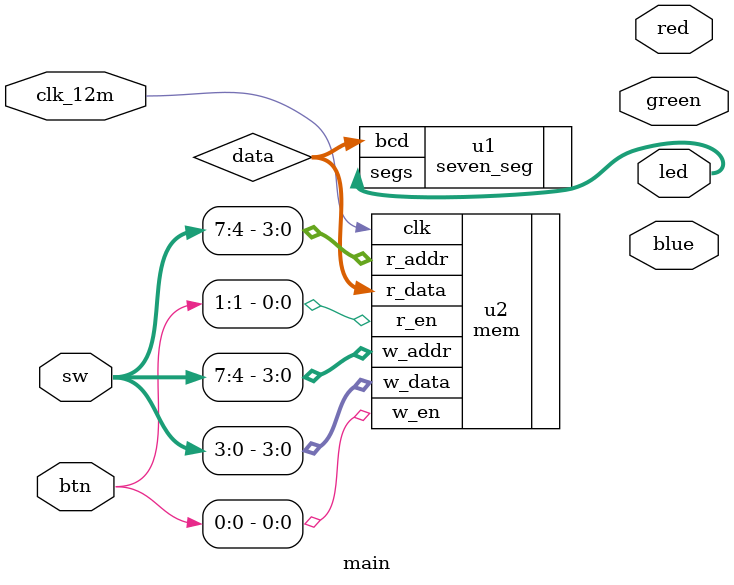
<source format=v>

module main(
    input [7:0] sw,
    input [3:0] btn,
    input clk_12m,
    output [6:0] led,
    output red, green, blue
);
    reg [3:0] data;
    mem u2(.w_en(btn[0]), .r_en(btn[1]), .clk(clk_12m), .w_data(sw[3:0]),
        .r_addr(sw[7:4]), .w_addr(sw[7:4]), .r_data(data));
    seven_seg u1(.bcd(data), .segs(led));
endmodule
</source>
